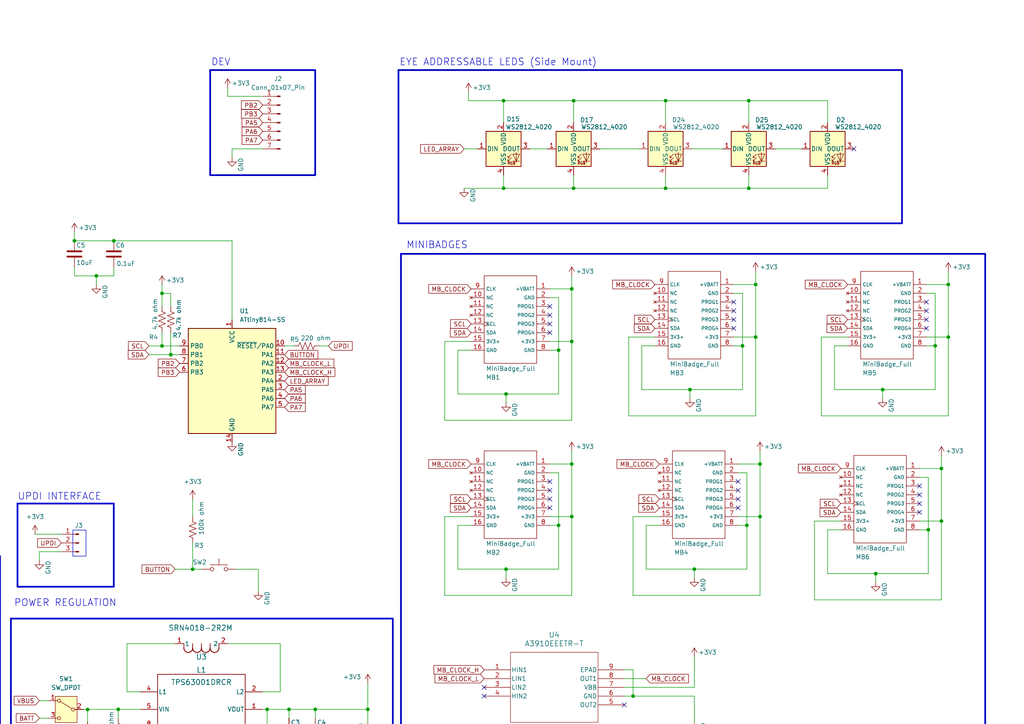
<source format=kicad_sch>
(kicad_sch (version 20250114) (generator "eeschema") (generator_version "9.0")
  (paper "A4")
  (lib_symbols
    (symbol "2024-08-21_17-12-50:A3910EEETR-T" (pin_names (offset 0.254))
      (property "Reference" "U" (at 20.32 10.16 0))
      (property "Value" "A3910EEETR-T" (at 20.32 7.62 0))
      (symbol "A3910EEETR-T_0_1"
        (pin input line (at 0 0 0) (length 7.62) (name "HIN1") (number "1"))
        (pin input line (at 0 -2.54 0) (length 7.62) (name "LIN1") (number "2"))
        (pin input line (at 0 -5.08 0) (length 7.62) (name "LIN2") (number "3"))
        (pin input line (at 0 -7.62 0) (length 7.62) (name "HIN2") (number "4"))
        (pin unspecified line (at 40.64 0 180) (length 7.62) (name "EPAD") (number "9"))
        (pin output line (at 40.64 -2.54 180) (length 7.62) (name "OUT1") (number "8"))
        (pin unspecified line (at 40.64 -5.08 180) (length 7.62) (name "VBB") (number "7"))
        (pin power_out line (at 40.64 -7.62 180) (length 7.62) (name "GND") (number "6"))
        (pin output line (at 40.64 -10.16 180) (length 7.62) (name "OUT2") (number "5"))
      )
    )
    (symbol "2024-08-26_14-24-22:TPS63001DRCR" (pin_names (offset 0.254))
      (property "Reference" "U" (at 0 2.54 0))
      (property "Value" "TPS63001DRCR" (at 0 0 0))
      (symbol "TPS63001DRCR_0_1"
        (pin unspecified line (at -17.78 15.24 0) (length 5.08) (name "L1") (number "4"))
        (pin power_in line (at -17.78 10.16 0) (length 5.08) (name "VIN") (number "5"))
        (pin power_in line (at -17.78 5.08 0) (length 5.08) (name "VINA") (number "8"))
        (pin input line (at -17.78 0 0) (length 5.08) (name "EN") (number "6"))
        (pin input line (at -17.78 -7.62 0) (length 5.08) (name "PS_SYNC") (number "7"))
        (pin unspecified line (at 17.78 15.24 180) (length 5.08) (name "L2") (number "2"))
        (pin power_in line (at 17.78 10.16 180) (length 5.08) (name "VOUT") (number "1"))
        (pin input line (at 17.78 0 180) (length 5.08) (name "FB") (number "10"))
        (pin power_in line (at 17.78 -10.16 180) (length 5.08) (name "GND") (number "9"))
        (pin power_in line (at 17.78 -15.24 180) (length 5.08) (name "PGND") (number "3"))
        (pin power_in line (at 17.78 -17.78 180) (length 5.08) (name "PAD") (number "11"))
      )
    )
    (symbol "2024-08-26_15-06-03:SRN4018-2R2M" (pin_names (offset 0.254))
      (property "Reference" "L" (at 6.985 5.08 0))
      (property "Value" "SRN4018-2R2M" (at 6.985 -2.54 0))
      (symbol "SRN4018-2R2M_1_1"
        (pin unspecified line (at 0 0 0) (length 2.54) (name "2") (number "2"))
        (pin unspecified line (at 15.24 0 180) (length 2.54) (name "1") (number "1"))
      )
      (symbol "SRN4018-2R2M_1_2"
        (pin unspecified line (at 0 15.24 270) (length 2.54) (name "1") (number "1"))
        (pin unspecified line (at 0 0 90) (length 2.54) (name "2") (number "2"))
      )
    )
    (symbol "Connector:Conn_01x03_Pin" (pin_names (offset 1.016) (hide yes))
      (property "Reference" "J" (at 0 5.08 0))
      (property "Value" "Conn_01x03_Pin" (at 0 -5.08 0))
      (symbol "Conn_01x03_Pin_1_1"
        (pin passive line (at 5.08 2.54 180) (length 3.81) (name "Pin_1") (number "1"))
        (pin passive line (at 5.08 0 180) (length 3.81) (name "Pin_2") (number "2"))
        (pin passive line (at 5.08 -2.54 180) (length 3.81) (name "Pin_3") (number "3"))
      )
    )
    (symbol "Connector:Conn_01x07_Pin" (pin_names (offset 1.016) (hide yes))
      (property "Reference" "J" (at 0 10.16 0))
      (property "Value" "Conn_01x07_Pin" (at 0 -10.16 0))
      (symbol "Conn_01x07_Pin_1_1"
        (pin passive line (at 5.08 7.62 180) (length 3.81) (name "Pin_1") (number "1"))
        (pin passive line (at 5.08 5.08 180) (length 3.81) (name "Pin_2") (number "2"))
        (pin passive line (at 5.08 2.54 180) (length 3.81) (name "Pin_3") (number "3"))
        (pin passive line (at 5.08 0 180) (length 3.81) (name "Pin_4") (number "4"))
        (pin passive line (at 5.08 -2.54 180) (length 3.81) (name "Pin_5") (number "5"))
        (pin passive line (at 5.08 -5.08 180) (length 3.81) (name "Pin_6") (number "6"))
        (pin passive line (at 5.08 -7.62 180) (length 3.81) (name "Pin_7") (number "7"))
      )
    )
    (symbol "Connector:USB_C_Receptacle_USB2.0_14P" (pin_names (offset 1.016))
      (property "Reference" "J" (at 0 22.225 0))
      (property "Value" "USB_C_Receptacle_USB2.0_14P" (at 0 19.685 0))
      (symbol "USB_C_Receptacle_USB2.0_14P_1_1"
        (pin passive line (at -7.62 -22.86 90) (length 5.08) (name "SHIELD") (number "S1"))
        (pin passive line (at 0 -22.86 90) (length 5.08) (name "GND") (number "A1"))
        (pin passive line (at 0 -22.86 90) (length 5.08) (hide yes) (name "GND") (number "A12"))
        (pin passive line (at 0 -22.86 90) (length 5.08) (hide yes) (name "GND") (number "B1"))
        (pin passive line (at 0 -22.86 90) (length 5.08) (hide yes) (name "GND") (number "B12"))
        (pin passive line (at 15.24 15.24 180) (length 5.08) (name "VBUS") (number "A4"))
        (pin passive line (at 15.24 15.24 180) (length 5.08) (hide yes) (name "VBUS") (number "A9"))
        (pin passive line (at 15.24 15.24 180) (length 5.08) (hide yes) (name "VBUS") (number "B4"))
        (pin passive line (at 15.24 15.24 180) (length 5.08) (hide yes) (name "VBUS") (number "B9"))
        (pin bidirectional line (at 15.24 10.16 180) (length 5.08) (name "CC1") (number "A5"))
        (pin bidirectional line (at 15.24 7.62 180) (length 5.08) (name "CC2") (number "B5"))
        (pin bidirectional line (at 15.24 2.54 180) (length 5.08) (name "D-") (number "A7"))
        (pin bidirectional line (at 15.24 0 180) (length 5.08) (name "D-") (number "B7"))
        (pin bidirectional line (at 15.24 -2.54 180) (length 5.08) (name "D+") (number "A6"))
        (pin bidirectional line (at 15.24 -5.08 180) (length 5.08) (name "D+") (number "B6"))
      )
    )
    (symbol "Device:Battery" (pin_numbers (hide yes)) (pin_names (offset 0) (hide yes))
      (property "Reference" "BT" (at 2.54 2.54 0))
      (property "Value" "Battery" (at 2.54 0 0))
      (symbol "Battery_1_1"
        (pin passive line (at 0 5.08 270) (length 2.54) (name "+") (number "1"))
        (pin passive line (at 0 -5.08 90) (length 2.54) (name "-") (number "2"))
      )
    )
    (symbol "Device:C" (pin_numbers (hide yes)) (pin_names (offset 0.254))
      (property "Reference" "C" (at 0.635 2.54 0))
      (property "Value" "C" (at 0.635 -2.54 0))
      (symbol "C_1_1"
        (pin passive line (at 0 3.81 270) (length 2.794) (name "~") (number "1"))
        (pin passive line (at 0 -3.81 90) (length 2.794) (name "~") (number "2"))
      )
    )
    (symbol "Device:LED" (pin_numbers (hide yes)) (pin_names (offset 1.016) (hide yes))
      (property "Reference" "D" (at 0 2.54 0))
      (property "Value" "LED" (at 0 -2.54 0))
      (symbol "LED_1_1"
        (pin passive line (at -3.81 0 0) (length 2.54) (name "K") (number "1"))
        (pin passive line (at 3.81 0 180) (length 2.54) (name "A") (number "2"))
      )
    )
    (symbol "Device:R_US" (pin_numbers (hide yes)) (pin_names (offset 0))
      (property "Reference" "R" (at 2.54 0 90))
      (property "Value" "R_US" (at -2.54 0 90))
      (symbol "R_US_1_1"
        (pin passive line (at 0 3.81 270) (length 1.27) (name "~") (number "1"))
        (pin passive line (at 0 -3.81 90) (length 1.27) (name "~") (number "2"))
      )
    )
    (symbol "MCU_Microchip_ATtiny:ATtiny814-SS"
      (property "Reference" "U" (at -12.7 16.51 0))
      (property "Value" "ATtiny814-SS" (at 2.54 -16.51 0))
      (symbol "ATtiny814-SS_1_1"
        (pin bidirectional line (at -15.24 10.16 0) (length 2.54) (name "PB0") (number "9"))
        (pin bidirectional line (at -15.24 7.62 0) (length 2.54) (name "PB1") (number "8"))
        (pin bidirectional line (at -15.24 5.08 0) (length 2.54) (name "PB2") (number "7"))
        (pin bidirectional line (at -15.24 2.54 0) (length 2.54) (name "PB3") (number "6"))
        (pin power_in line (at 0 17.78 270) (length 2.54) (name "VCC") (number "1"))
        (pin power_in line (at 0 -17.78 90) (length 2.54) (name "GND") (number "14"))
        (pin bidirectional line (at 15.24 10.16 180) (length 2.54) (name "~{RESET}/PA0") (number "10"))
        (pin bidirectional line (at 15.24 7.62 180) (length 2.54) (name "PA1") (number "11"))
        (pin bidirectional line (at 15.24 5.08 180) (length 2.54) (name "PA2") (number "12"))
        (pin bidirectional line (at 15.24 2.54 180) (length 2.54) (name "PA3") (number "13"))
        (pin bidirectional line (at 15.24 0 180) (length 2.54) (name "PA4") (number "2"))
        (pin bidirectional line (at 15.24 -2.54 180) (length 2.54) (name "PA5") (number "3"))
        (pin bidirectional line (at 15.24 -5.08 180) (length 2.54) (name "PA6") (number "4"))
        (pin bidirectional line (at 15.24 -7.62 180) (length 2.54) (name "PA7") (number "5"))
      )
    )
    (symbol "MiniBadge:MiniBadge_Full"
      (property "Reference" "MB" (at 8.89 0 0))
      (property "Value" "MiniBadge_Full" (at -10.16 0 0))
      (symbol "MiniBadge_Full_1_1"
        (pin power_out line (at -8.89 11.43 270) (length 3.81) (name "+VBATT") (number "1"))
        (pin output line (at -8.89 -11.43 90) (length 3.81) (name "CLK") (number "9"))
        (pin power_out line (at -6.35 11.43 270) (length 3.81) (name "GND") (number "2"))
        (pin no_connect line (at -6.35 -11.43 90) (length 3.81) (name "NC") (number "10"))
        (pin bidirectional line (at -3.81 11.43 270) (length 3.81) (name "PROG1") (number "3"))
        (pin no_connect line (at -3.81 -11.43 90) (length 3.81) (name "NC") (number "11"))
        (pin bidirectional line (at -1.27 11.43 270) (length 3.81) (name "PROG2") (number "4"))
        (pin no_connect line (at -1.27 -11.43 90) (length 3.81) (name "NC") (number "12"))
        (pin bidirectional line (at 1.27 11.43 270) (length 3.81) (name "PROG3") (number "5"))
        (pin bidirectional clock (at 1.27 -11.43 90) (length 3.81) (name "SCL") (number "13"))
        (pin bidirectional line (at 3.81 11.43 270) (length 3.81) (name "PROG4") (number "6"))
        (pin output line (at 3.81 -11.43 90) (length 3.81) (name "SDA") (number "14"))
        (pin power_out line (at 6.35 11.43 270) (length 3.81) (name "+3V3") (number "7"))
        (pin power_out line (at 6.35 -11.43 90) (length 3.81) (name "3V3+") (number "15"))
        (pin power_out line (at 8.89 11.43 270) (length 3.81) (name "GND") (number "8"))
        (pin power_out line (at 8.89 -11.43 90) (length 3.81) (name "GND") (number "16"))
      )
    )
    (symbol "PCM_marbastlib-various:WS2812_4020" (pin_names (offset 0.254))
      (property "Reference" "LED" (at 5.08 5.715 0))
      (property "Value" "WS2812_4020" (at 1.27 -5.715 0))
      (symbol "WS2812_4020_0_0"
        (text "RGB" (at 2.286 -4.191 0) (effects (font (size 0.762 0.762))))
      )
      (symbol "WS2812_4020_1_1"
        (pin input line (at -7.62 0 0) (length 2.54) (name "DIN") (number "1"))
        (pin power_in line (at 0 7.62 270) (length 2.54) (name "VDD") (number "2"))
        (pin power_in line (at 0 -7.62 90) (length 2.54) (name "VSS") (number "4"))
        (pin output line (at 7.62 0 180) (length 2.54) (name "DOUT") (number "3"))
      )
    )
    (symbol "Switch:SW_Push" (pin_numbers (hide yes)) (pin_names (offset 1.016) (hide yes))
      (property "Reference" "SW" (at 1.27 2.54 0))
      (property "Value" "SW_Push" (at 0 -1.524 0))
      (symbol "SW_Push_0_1"
        (pin passive line (at -5.08 0 0) (length 2.54) (name "1") (number "1"))
        (pin passive line (at 5.08 0 180) (length 2.54) (name "2") (number "2"))
      )
    )
    (symbol "Switch:SW_SPDT" (pin_names (offset 0) (hide yes))
      (property "Reference" "SW" (at 0 5.08 0))
      (property "Value" "SW_SPDT" (at 0 -5.08 0))
      (symbol "SW_SPDT_1_1"
        (pin passive line (at -5.08 0 0) (length 2.54) (name "B") (number "2"))
        (pin passive line (at 5.08 2.54 180) (length 2.54) (name "A") (number "1"))
        (pin passive line (at 5.08 -2.54 180) (length 2.54) (name "C") (number "3"))
      )
    )
    (symbol "power:+3V3" (power) (pin_names (offset 0))
      (property "Value" "+3V3" (at 0 3.556 0))
      (symbol "+3V3_1_1"
        (pin power_in line (at 0 0 90) (length 0) (hide yes) (name "+3V3") (number "1"))
      )
    )
    (symbol "power:GND" (power) (pin_names (offset 0))
      (property "Value" "GND" (at 0 -3.81 0))
      (symbol "GND_1_1"
        (pin power_in line (at 0 0 270) (length 0) (hide yes) (name "GND") (number "1"))
      )
    )
  )
  (rectangle (start 5.08 146.05) (end 33.0009 170.18) (stroke (width 0.5)))
  (rectangle (start -48.26 161.29) (end 0 248.92) (stroke (width 0.5)))
  (rectangle (start 116.2983 73.6329) (end 285.7499 219.6829) (stroke (width 0.5)))
  (rectangle (start 115.57 20.32) (end 261.62 64.77) (stroke (width 0.5)))
  (rectangle (start 60.96 20.32) (end 91.4209 50.8) (stroke (width 0.5)))
  (rectangle (start 21.1303 153.7425) (end 24.9403 161.29))
  (rectangle (start 3.1647 179.4143) (end 113.9315 250.1589) (stroke (width 0.5)))
  (text "UV" (at 102.616 223.266 0) (effects (font (size 1.27 1.27)) (justify left bottom)))
  (text "X7R CAPS" (at 14.732 235.966 0) (effects (font (size 1.27 1.27))))
  (text "MINIBADGES" (at 117.8223 72.3629 0) (effects (font (size 2 2)) (justify left bottom)))
  (text "EYE ADDRESSABLE LEDS (Side Mount)" (at 115.824 19.304 0) (effects (font (size 2 2)) (justify left bottom)))
  (text "UPDI INTERFACE" (at 5.08 145.288 0) (effects (font (size 2 2)) (justify left bottom)))
  (text "DEV" (at 61.214 19.304 0) (effects (font (size 2 2)) (justify left bottom)))
  (text "POWER REGULATION" (at 4.0412 176.1434 0) (effects (font (size 2 2)) (justify left bottom)))
  (text "BATTERY AND USB" (at -48.006 160.782 0) (effects (font (size 2 2)) (justify left bottom)))
  (junction (at 220.4383 149.8329))
  (junction (at 83.82 242.57))
  (junction (at 166.37 54.61))
  (junction (at 217.17 54.61))
  (junction (at 34.29 217.17))
  (junction (at 34.29 205.74))
  (junction (at 269.24 153.67))
  (junction (at 165.8283 134.5929))
  (junction (at 215.3583 100.3029))
  (junction (at 200.1183 113.0029))
  (junction (at 166.37 29.21))
  (junction (at 255.9983 113.0029))
  (junction (at 219.1683 82.5229))
  (junction (at 40.64 215.9))
  (junction (at 80.01 242.57))
  (junction (at 146.05 54.61))
  (junction (at 273.05 135.89))
  (junction (at 34.29 242.57))
  (junction (at 83.82 205.74))
  (junction (at 217.17 29.21))
  (junction (at 106.68 205.74))
  (junction (at 40.64 210.82))
  (junction (at 165.8283 149.8329))
  (junction (at 273.05 151.13))
  (junction (at 183.6083 201.9029))
  (junction (at 46.99 85.09))
  (junction (at 193.04 54.61))
  (junction (at 91.44 205.74))
  (junction (at 219.1683 97.7629))
  (junction (at 275.0483 82.5229))
  (junction (at 146.05 29.21))
  (junction (at 25.4 205.7824))
  (junction (at 275.0483 97.7629))
  (junction (at 254 166.37))
  (junction (at 146.7783 114.2729))
  (junction (at 146.7783 165.0729))
  (junction (at 21.59 69.85))
  (junction (at 80.01 233.68))
  (junction (at 55.88 165.1))
  (junction (at 271.2383 100.3029))
  (junction (at 193.04 29.21))
  (junction (at -5.08 201.93))
  (junction (at 216.6283 152.3729))
  (junction (at 165.8283 83.7929))
  (junction (at 165.8283 99.0329))
  (junction (at 49.53 102.87))
  (junction (at 46.99 100.33))
  (junction (at 162.0183 152.3729))
  (junction (at 27.94 80.01))
  (junction (at -38.1 233.68))
  (junction (at 201.3883 165.0729))
  (junction (at 220.4383 134.5929))
  (junction (at 77.47 205.74))
  (junction (at 33.02 69.85))
  (junction (at 80.01 231.14))
  (junction (at 162.0183 101.5729))
  (no_connect (at 266.7 140.97))
  (no_connect (at 159.4783 93.9529))
  (no_connect (at 159.4783 142.2129))
  (no_connect (at 268.6983 95.2229))
  (no_connect (at 266.7 146.05))
  (no_connect (at 247.65 43.18))
  (no_connect (at 214.0883 139.6729))
  (no_connect (at 268.6983 90.1429))
  (no_connect (at -15.24 207.01))
  (no_connect (at 212.8183 90.1429))
  (no_connect (at 214.0883 142.2129))
  (no_connect (at 159.4783 139.6729))
  (no_connect (at 140.4283 199.3629))
  (no_connect (at -15.24 212.09))
  (no_connect (at 159.4783 91.4129))
  (no_connect (at -15.24 214.63))
  (no_connect (at 140.4283 201.9029))
  (no_connect (at 159.4783 96.4929))
  (no_connect (at 266.7 148.59))
  (no_connect (at 268.6983 92.6829))
  (no_connect (at 181.0683 204.4429))
  (no_connect (at 268.6983 87.6029))
  (no_connect (at -15.24 209.55))
  (no_connect (at 212.8183 87.6029))
  (no_connect (at 212.8183 95.2229))
  (no_connect (at 266.7 143.51))
  (no_connect (at 214.0883 147.2929))
  (no_connect (at 212.8183 92.6829))
  (no_connect (at 159.4783 147.2929))
  (no_connect (at 159.4783 88.8729))
  (no_connect (at 159.4783 144.7529))
  (no_connect (at 214.0883 144.7529))
  (wire (pts (xy 238.2183 120.6229) (xy 275.0483 120.6229)))
  (wire (pts (xy 49.53 102.87) (xy 52.07 102.87)))
  (wire (pts (xy 27.94 82.55) (xy 27.94 80.01)))
  (wire (pts (xy 186.1483 113.0029) (xy 186.1483 100.3029)))
  (wire (pts (xy 132.8083 114.2729) (xy 132.8083 101.5729)))
  (wire (pts (xy 182.3383 97.7629) (xy 182.3383 120.6229)))
  (wire (pts (xy 273.05 132.08) (xy 273.05 135.89)))
  (wire (pts (xy 200.66 43.18) (xy 209.55 43.18)))
  (wire (pts (xy 136.6183 149.8329) (xy 128.9983 149.8329)))
  (wire (pts (xy 46.99 100.33) (xy 52.07 100.33)))
  (wire (pts (xy 76.2 231.14) (xy 80.01 231.14)))
  (wire (pts (xy 36.83 217.17) (xy 34.29 217.17)))
  (wire (pts (xy 50.8 186.69) (xy 36.83 186.69)))
  (wire (pts (xy 240.03 153.67) (xy 243.84 153.67)))
  (wire (pts (xy 36.83 186.69) (xy 36.83 200.66)))
  (wire (pts (xy 25.4 217.17) (xy 25.4 242.57)))
  (wire (pts (xy -40.64 171.45) (xy -40.64 179.07)))
  (wire (pts (xy 83.82 215.9) (xy 83.82 242.57)))
  (wire (pts (xy 201.3883 190.4729) (xy 201.3883 199.3629)))
  (wire (pts (xy 162.0183 114.2729) (xy 146.7783 114.2729)))
  (wire (pts (xy 219.1683 78.7129) (xy 219.1683 82.5229)))
  (wire (pts (xy 173.99 43.18) (xy 185.42 43.18)))
  (wire (pts (xy 186.1483 100.3029) (xy 189.9583 100.3029)))
  (wire (pts (xy 212.8183 82.5229) (xy 219.1683 82.5229)))
  (wire (pts (xy 193.04 29.21) (xy 193.04 35.56)))
  (wire (pts (xy 128.9983 172.6929) (xy 165.8283 172.6929)))
  (wire (pts (xy -7.62 201.93) (xy -5.08 201.93)))
  (wire (pts (xy 146.7783 165.0729) (xy 132.8083 165.0729)))
  (wire (pts (xy 243.84 151.13) (xy 236.22 151.13)))
  (wire (pts (xy 212.8183 100.3029) (xy 215.3583 100.3029)))
  (wire (pts (xy 220.4383 134.5929) (xy 220.4383 149.8329)))
  (wire (pts (xy 275.0483 78.7129) (xy 275.0483 82.5229)))
  (wire (pts (xy 43.18 102.87) (xy 49.53 102.87)))
  (wire (pts (xy 215.3583 113.0029) (xy 200.1183 113.0029)))
  (wire (pts (xy 159.4783 149.8329) (xy 165.8283 149.8329)))
  (wire (pts (xy 24.2543 205.7824) (xy 25.4 205.7824)))
  (wire (pts (xy 34.29 215.9) (xy 34.29 217.17)))
  (wire (pts (xy 216.6283 137.1329) (xy 216.6283 152.3729)))
  (wire (pts (xy 11.9642 208.3224) (xy 11.9642 208.28)))
  (wire (pts (xy 214.0883 137.1329) (xy 216.6283 137.1329)))
  (wire (pts (xy -5.08 201.93) (xy -5.08 204.47)))
  (wire (pts (xy 66.04 27.94) (xy 76.2 27.94)))
  (wire (pts (xy 193.04 29.21) (xy 217.17 29.21)))
  (wire (pts (xy 128.9983 99.0329) (xy 128.9983 121.8929)))
  (wire (pts (xy 275.0483 120.6229) (xy 275.0483 97.7629)))
  (wire (pts (xy 183.6083 201.9029) (xy 201.3883 201.9029)))
  (wire (pts (xy 46.99 88.9) (xy 46.99 85.09)))
  (wire (pts (xy 91.44 205.74) (xy 91.44 208.28)))
  (wire (pts (xy 106.68 217.17) (xy 106.68 220.98)))
  (wire (pts (xy 220.4383 130.7829) (xy 220.4383 134.5929)))
  (wire (pts (xy 268.6983 82.5229) (xy 275.0483 82.5229)))
  (wire (pts (xy 159.4783 152.3729) (xy 162.0183 152.3729)))
  (wire (pts (xy 13.2342 203.2) (xy 11.43 203.2)))
  (wire (pts (xy 162.0183 165.0729) (xy 146.7783 165.0729)))
  (wire (pts (xy 67.31 69.85) (xy 33.02 69.85)))
  (wire (pts (xy 21.59 80.01) (xy 27.94 80.01)))
  (wire (pts (xy 92.71 100.33) (xy 95.25 100.33)))
  (wire (pts (xy 201.3883 165.0729) (xy 201.3883 167.6129)))
  (wire (pts (xy 240.03 50.8) (xy 240.03 54.61)))
  (wire (pts (xy 83.82 205.74) (xy 83.82 208.28)))
  (wire (pts (xy 134.62 43.18) (xy 138.43 43.18)))
  (wire (pts (xy 159.4783 137.1329) (xy 162.0183 137.1329)))
  (wire (pts (xy 34.29 242.57) (xy 34.29 227.33)))
  (wire (pts (xy 50.8 165.1) (xy 55.88 165.1)))
  (wire (pts (xy 76.2 215.9) (xy 77.47 215.9)))
  (wire (pts (xy 36.83 210.82) (xy 36.83 217.17)))
  (wire (pts (xy 153.67 43.18) (xy 158.75 43.18)))
  (wire (pts (xy -30.48 232.41) (xy -30.48 233.68)))
  (wire (pts (xy 266.7 151.13) (xy 273.05 151.13)))
  (wire (pts (xy 165.8283 130.7829) (xy 165.8283 134.5929)))
  (wire (pts (xy 83.82 242.57) (xy 91.44 242.57)))
  (wire (pts (xy 166.37 29.21) (xy 193.04 29.21)))
  (wire (pts (xy 146.05 29.21) (xy 146.05 35.56)))
  (wire (pts (xy 76.2 205.74) (xy 77.47 205.74)))
  (wire (pts (xy 80.01 231.14) (xy 80.01 233.68)))
  (wire (pts (xy 165.8283 83.7929) (xy 165.8283 99.0329)))
  (wire (pts (xy 25.4 205.74) (xy 25.4 205.7824)))
  (wire (pts (xy 43.18 100.33) (xy 46.99 100.33)))
  (wire (pts (xy 271.2383 113.0029) (xy 255.9983 113.0029)))
  (wire (pts (xy 266.7 135.89) (xy 273.05 135.89)))
  (wire (pts (xy 83.82 205.74) (xy 91.44 205.74)))
  (wire (pts (xy 11.43 162.56) (xy 11.43 160.02)))
  (wire (pts (xy 34.29 205.74) (xy 34.29 208.28)))
  (wire (pts (xy 40.64 210.82) (xy 36.83 210.82)))
  (wire (pts (xy 166.37 54.61) (xy 193.04 54.61)))
  (wire (pts (xy 166.37 29.21) (xy 166.37 35.56)))
  (wire (pts (xy 46.99 85.09) (xy 49.53 85.09)))
  (wire (pts (xy 68.58 165.1) (xy 74.93 165.1)))
  (wire (pts (xy 21.59 67.31) (xy 21.59 69.85)))
  (wire (pts (xy 13.2342 203.2424) (xy 13.2342 203.2)))
  (wire (pts (xy 189.9583 97.7629) (xy 182.3383 97.7629)))
  (wire (pts (xy 106.68 205.74) (xy 106.68 209.55)))
  (wire (pts (xy 80.01 242.57) (xy 34.29 242.57)))
  (wire (pts (xy -30.48 233.68) (xy -38.1 233.68)))
  (wire (pts (xy 269.24 153.67) (xy 269.24 166.37)))
  (wire (pts (xy 275.0483 82.5229) (xy 275.0483 97.7629)))
  (wire (pts (xy 49.53 96.52) (xy 49.53 102.87)))
  (wire (pts (xy 219.1683 82.5229) (xy 219.1683 97.7629)))
  (wire (pts (xy 159.4783 99.0329) (xy 165.8283 99.0329)))
  (wire (pts (xy 182.3383 120.6229) (xy 219.1683 120.6229)))
  (wire (pts (xy 21.59 77.47) (xy 21.59 80.01)))
  (wire (pts (xy 55.88 157.48) (xy 55.88 165.1)))
  (wire (pts (xy 217.17 29.21) (xy 217.17 35.56)))
  (wire (pts (xy 80.01 242.57) (xy 83.82 242.57)))
  (wire (pts (xy 106.68 228.6) (xy 106.68 229.87)))
  (wire (pts (xy 132.8083 165.0729) (xy 132.8083 152.3729)))
  (wire (pts (xy 132.8083 152.3729) (xy 136.6183 152.3729)))
  (wire (pts (xy 81.28 200.66) (xy 76.2 200.66)))
  (wire (pts (xy 34.29 205.74) (xy 40.64 205.74)))
  (wire (pts (xy -38.1 232.41) (xy -38.1 233.68)))
  (wire (pts (xy 82.55 100.33) (xy 85.09 100.33)))
  (wire (pts (xy 254 166.37) (xy 240.03 166.37)))
  (wire (pts (xy 201.3883 165.0729) (xy 187.4183 165.0729)))
  (wire (pts (xy 187.4183 196.8229) (xy 181.0683 196.8229)))
  (wire (pts (xy 193.04 54.61) (xy 193.04 50.8)))
  (wire (pts (xy 13.2342 203.2424) (xy 14.0943 203.2424)))
  (wire (pts (xy 214.0883 152.3729) (xy 216.6283 152.3729)))
  (wire (pts (xy 236.22 173.99) (xy 273.05 173.99)))
  (wire (pts (xy 10.16 154.94) (xy 17.78 154.94)))
  (wire (pts (xy 212.8183 97.7629) (xy 219.1683 97.7629)))
  (wire (pts (xy 67.31 43.18) (xy 76.2 43.18)))
  (wire (pts (xy 36.83 200.66) (xy 40.64 200.66)))
  (wire (pts (xy 214.0883 134.5929) (xy 220.4383 134.5929)))
  (wire (pts (xy 220.4383 172.6929) (xy 220.4383 149.8329)))
  (wire (pts (xy 268.6983 100.3029) (xy 271.2383 100.3029)))
  (wire (pts (xy 77.47 215.9) (xy 77.47 205.74)))
  (wire (pts (xy 269.24 166.37) (xy 254 166.37)))
  (wire (pts (xy 135.89 26.67) (xy 135.89 29.21)))
  (wire (pts (xy 132.8083 101.5729) (xy 136.6183 101.5729)))
  (wire (pts (xy 80.01 233.68) (xy 80.01 242.57)))
  (wire (pts (xy 200.1183 113.0029) (xy 200.1183 115.5429)))
  (wire (pts (xy 76.2 226.06) (xy 80.01 226.06)))
  (wire (pts (xy 66.04 186.69) (xy 81.28 186.69)))
  (wire (pts (xy 255.9983 113.0029) (xy 242.0283 113.0029)))
  (wire (pts (xy 214.0883 149.8329) (xy 220.4383 149.8329)))
  (wire (pts (xy 81.28 186.69) (xy 81.28 200.66)))
  (wire (pts (xy 240.03 166.37) (xy 240.03 153.67)))
  (wire (pts (xy 21.59 69.85) (xy 33.02 69.85)))
  (wire (pts (xy 266.7 153.67) (xy 269.24 153.67)))
  (wire (pts (xy 240.03 54.61) (xy 217.17 54.61)))
  (wire (pts (xy 236.22 151.13) (xy 236.22 173.99)))
  (wire (pts (xy 165.8283 79.9829) (xy 165.8283 83.7929)))
  (wire (pts (xy 245.8383 97.7629) (xy 238.2183 97.7629)))
  (wire (pts (xy 166.37 50.8) (xy 166.37 54.61)))
  (wire (pts (xy 49.53 85.09) (xy 49.53 88.9)))
  (wire (pts (xy 146.05 29.21) (xy 166.37 29.21)))
  (wire (pts (xy 74.93 165.1) (xy 74.93 171.45)))
  (wire (pts (xy 219.1683 120.6229) (xy 219.1683 97.7629)))
  (wire (pts (xy 268.6983 97.7629) (xy 275.0483 97.7629)))
  (wire (pts (xy 66.04 25.4) (xy 66.04 27.94)))
  (wire (pts (xy 266.7 138.43) (xy 269.24 138.43)))
  (wire (pts (xy 40.64 210.82) (xy 40.64 215.9)))
  (wire (pts (xy 46.99 82.55) (xy 46.99 85.09)))
  (wire (pts (xy 162.0183 101.5729) (xy 162.0183 114.2729)))
  (wire (pts (xy 80.01 226.06) (xy 80.01 231.14)))
  (wire (pts (xy 242.0283 113.0029) (xy 242.0283 100.3029)))
  (wire (pts (xy 215.3583 100.3029) (xy 215.3583 113.0029)))
  (wire (pts (xy 240.03 35.56) (xy 240.03 29.21)))
  (wire (pts (xy 224.79 43.18) (xy 232.41 43.18)))
  (wire (pts (xy 268.6983 85.0629) (xy 271.2383 85.0629)))
  (wire (pts (xy 135.89 29.21) (xy 146.05 29.21)))
  (wire (pts (xy 165.8283 121.8929) (xy 165.8283 99.0329)))
  (wire (pts (xy 183.6083 172.6929) (xy 220.4383 172.6929)))
  (wire (pts (xy 254 166.37) (xy 254 168.91)))
  (wire (pts (xy 273.05 173.99) (xy 273.05 151.13)))
  (wire (pts (xy 212.8183 85.0629) (xy 215.3583 85.0629)))
  (wire (pts (xy 165.8283 134.5929) (xy 165.8283 149.8329)))
  (wire (pts (xy 136.6183 99.0329) (xy 128.9983 99.0329)))
  (wire (pts (xy 215.3583 85.0629) (xy 215.3583 100.3029)))
  (wire (pts (xy 55.88 165.1) (xy 58.42 165.1)))
  (wire (pts (xy 242.0283 100.3029) (xy 245.8383 100.3029)))
  (wire (pts (xy 162.0183 86.3329) (xy 162.0183 101.5729)))
  (wire (pts (xy 187.4183 165.0729) (xy 187.4183 152.3729)))
  (wire (pts (xy -7.62 199.39) (xy -5.08 199.39)))
  (wire (pts (xy 165.8283 172.6929) (xy 165.8283 149.8329)))
  (wire (pts (xy 273.05 135.89) (xy 273.05 151.13)))
  (wire (pts (xy 91.44 205.74) (xy 106.68 205.74)))
  (wire (pts (xy 146.05 54.61) (xy 166.37 54.61)))
  (wire (pts (xy 216.6283 152.3729) (xy 216.6283 165.0729)))
  (wire (pts (xy 11.9642 208.28) (xy 11.43 208.28)))
  (wire (pts (xy -5.08 199.39) (xy -5.08 201.93)))
  (wire (pts (xy 159.4783 86.3329) (xy 162.0183 86.3329)))
  (wire (pts (xy 200.1183 113.0029) (xy 186.1483 113.0029)))
  (wire (pts (xy 40.64 215.9) (xy 40.64 223.52)))
  (wire (pts (xy 33.02 80.01) (xy 33.02 77.47)))
  (wire (pts (xy 193.04 54.61) (xy 217.17 54.61)))
  (wire (pts (xy 67.31 92.71) (xy 67.31 69.85)))
  (wire (pts (xy 183.6083 194.2829) (xy 183.6083 201.9029)))
  (wire (pts (xy 187.4183 152.3729) (xy 191.2283 152.3729)))
  (wire (pts (xy 159.4783 134.5929) (xy 165.8283 134.5929)))
  (wire (pts (xy 25.4 205.7824) (xy 25.4 209.55)))
  (wire (pts (xy 255.9983 113.0029) (xy 255.9983 115.5429)))
  (wire (pts (xy 271.2383 85.0629) (xy 271.2383 100.3029)))
  (wire (pts (xy 162.0183 152.3729) (xy 162.0183 165.0729)))
  (wire (pts (xy 216.6283 165.0729) (xy 201.3883 165.0729)))
  (wire (pts (xy 238.2183 97.7629) (xy 238.2183 120.6229)))
  (wire (pts (xy 159.4783 101.5729) (xy 162.0183 101.5729)))
  (wire (pts (xy -29.21 171.45) (xy -24.13 171.45)))
  (wire (pts (xy 77.47 205.74) (xy 83.82 205.74)))
  (wire (pts (xy 146.7783 114.2729) (xy 132.8083 114.2729)))
  (wire (pts (xy 146.05 50.8) (xy 146.05 54.61)))
  (wire (pts (xy -39.37 171.45) (xy -40.64 171.45)))
  (wire (pts (xy 46.99 96.52) (xy 46.99 100.33)))
  (wire (pts (xy 240.03 29.21) (xy 217.17 29.21)))
  (wire (pts (xy 91.44 242.57) (xy 91.44 215.9)))
  (wire (pts (xy 128.9983 149.8329) (xy 128.9983 172.6929)))
  (wire (pts (xy 159.4783 83.7929) (xy 165.8283 83.7929)))
  (wire (pts (xy 128.9983 121.8929) (xy 165.8283 121.8929)))
  (wire (pts (xy 181.0683 194.2829) (xy 183.6083 194.2829)))
  (wire (pts (xy 217.17 54.61) (xy 217.17 50.8)))
  (wire (pts (xy 181.0683 199.3629) (xy 201.3883 199.3629)))
  (wire (pts (xy 76.2 233.68) (xy 80.01 233.68)))
  (wire (pts (xy 269.24 138.43) (xy 269.24 153.67)))
  (wire (pts (xy 201.3883 201.9029) (xy 201.3883 209.5229)))
  (wire (pts (xy 162.0183 137.1329) (xy 162.0183 152.3729)))
  (wire (pts (xy 106.68 205.74) (xy 106.68 198.12)))
  (wire (pts (xy 146.7783 165.0729) (xy 146.7783 167.6129)))
  (wire (pts (xy 25.4 242.57) (xy 34.29 242.57)))
  (wire (pts (xy 25.4 205.74) (xy 34.29 205.74)))
  (wire (pts (xy 34.29 217.17) (xy 34.29 219.71)))
  (wire (pts (xy 146.7783 114.2729) (xy 146.7783 116.8129)))
  (wire (pts (xy 134.62 54.61) (xy 146.05 54.61)))
  (wire (pts (xy 183.6083 149.8329) (xy 183.6083 172.6929)))
  (wire (pts (xy 191.2283 149.8329) (xy 183.6083 149.8329)))
  (wire (pts (xy 67.31 45.72) (xy 67.31 43.18)))
  (wire (pts (xy 181.0683 201.9029) (xy 183.6083 201.9029)))
  (wire (pts (xy 11.9642 208.3224) (xy 14.0943 208.3224)))
  (wire (pts (xy 271.2383 100.3029) (xy 271.2383 113.0029)))
  (wire (pts (xy 27.94 80.01) (xy 33.02 80.01)))
  (wire (pts (xy -38.1 233.68) (xy -38.1 236.22)))
  (wire (pts (xy 11.43 160.02) (xy 17.78 160.02)))
  (wire (pts (xy 55.88 144.78) (xy 55.88 149.86)))
  (global_label "MB_CLOCK" (shape input) (at 245.8383 82.5229 180) (property "Intersheetrefs" "${INTERSHEET_REFS}" (effects (hide yes))))
  (global_label "VBUS" (shape input) (at -15.24 194.31 0) (property "Intersheetrefs" "${INTERSHEET_REFS}" (effects (hide yes))))
  (global_label "MB_CLOCK" (shape input) (at 136.6183 134.5929 180) (property "Intersheetrefs" "${INTERSHEET_REFS}" (effects (hide yes))))
  (global_label "SCL" (shape input) (at 245.8383 92.6829 180) (property "Intersheetrefs" "${INTERSHEET_REFS}" (effects (hide yes))))
  (global_label "SCL" (shape input) (at 136.6183 144.7529 180) (property "Intersheetrefs" "${INTERSHEET_REFS}" (effects (hide yes))))
  (global_label "LED_ARRAY" (shape input) (at 134.62 43.18 180) (property "Intersheetrefs" "${INTERSHEET_REFS}" (effects (hide yes))))
  (global_label "SDA" (shape input) (at 189.9583 95.2229 180) (property "Intersheetrefs" "${INTERSHEET_REFS}" (effects (hide yes))))
  (global_label "BATT" (shape input) (at -24.13 171.45 0) (property "Intersheetrefs" "${INTERSHEET_REFS}" (effects (hide yes))))
  (global_label "SCL" (shape input) (at 243.84 146.05 180) (property "Intersheetrefs" "${INTERSHEET_REFS}" (effects (hide yes))))
  (global_label "SDA" (shape input) (at 43.18 102.87 180) (property "Intersheetrefs" "${INTERSHEET_REFS}" (effects (hide yes))))
  (global_label "PA7" (shape input) (at 76.2 40.64 180) (property "Intersheetrefs" "${INTERSHEET_REFS}" (effects (hide yes))))
  (global_label "PA7" (shape input) (at 82.55 118.11 0) (property "Intersheetrefs" "${INTERSHEET_REFS}" (effects (hide yes))))
  (global_label "MB_CLOCK" (shape input) (at 191.2283 134.5929 180) (property "Intersheetrefs" "${INTERSHEET_REFS}" (effects (hide yes))))
  (global_label "PA6" (shape input) (at 76.2 38.1 180) (property "Intersheetrefs" "${INTERSHEET_REFS}" (effects (hide yes))))
  (global_label "SCL" (shape input) (at 189.9583 92.6829 180) (property "Intersheetrefs" "${INTERSHEET_REFS}" (effects (hide yes))))
  (global_label "PA5" (shape input) (at 76.2 35.56 180) (property "Intersheetrefs" "${INTERSHEET_REFS}" (effects (hide yes))))
  (global_label "MB_CLOCK_H" (shape input) (at 82.55 107.95 0) (property "Intersheetrefs" "${INTERSHEET_REFS}" (effects (hide yes))))
  (global_label "SCL" (shape input) (at 136.6183 93.9529 180) (property "Intersheetrefs" "${INTERSHEET_REFS}" (effects (hide yes))))
  (global_label "BUTTON" (shape input) (at 50.8 165.1 180) (property "Intersheetrefs" "${INTERSHEET_REFS}" (effects (hide yes))))
  (global_label "MB_CLOCK" (shape input) (at 189.9583 82.5229 180) (property "Intersheetrefs" "${INTERSHEET_REFS}" (effects (hide yes))))
  (global_label "BATT" (shape input) (at 11.43 208.28 180) (property "Intersheetrefs" "${INTERSHEET_REFS}" (effects (hide yes))))
  (global_label "PA6" (shape input) (at 82.55 115.57 0) (property "Intersheetrefs" "${INTERSHEET_REFS}" (effects (hide yes))))
  (global_label "PB3" (shape input) (at 76.2 33.02 180) (property "Intersheetrefs" "${INTERSHEET_REFS}" (effects (hide yes))))
  (global_label "SDA" (shape input) (at 191.2283 147.2929 180) (property "Intersheetrefs" "${INTERSHEET_REFS}" (effects (hide yes))))
  (global_label "SDA" (shape input) (at 136.6183 147.2929 180) (property "Intersheetrefs" "${INTERSHEET_REFS}" (effects (hide yes))))
  (global_label "VBUS" (shape input) (at 11.43 203.2 180) (property "Intersheetrefs" "${INTERSHEET_REFS}" (effects (hide yes))))
  (global_label "LED_ARRAY" (shape input) (at 82.55 110.49 0) (property "Intersheetrefs" "${INTERSHEET_REFS}" (effects (hide yes))))
  (global_label "SDA" (shape input) (at 136.6183 96.4929 180) (property "Intersheetrefs" "${INTERSHEET_REFS}" (effects (hide yes))))
  (global_label "SDA" (shape input) (at 245.8383 95.2229 180) (property "Intersheetrefs" "${INTERSHEET_REFS}" (effects (hide yes))))
  (global_label "PA5" (shape input) (at 82.55 113.03 0) (property "Intersheetrefs" "${INTERSHEET_REFS}" (effects (hide yes))))
  (global_label "MB_CLOCK_L" (shape input) (at 140.4283 196.8229 180) (property "Intersheetrefs" "${INTERSHEET_REFS}" (effects (hide yes))))
  (global_label "MB_CLOCK_L" (shape input) (at 82.55 105.41 0) (property "Intersheetrefs" "${INTERSHEET_REFS}" (effects (hide yes))))
  (global_label "PB2" (shape input) (at 76.2 30.48 180) (property "Intersheetrefs" "${INTERSHEET_REFS}" (effects (hide yes))))
  (global_label "PB3" (shape input) (at 52.07 107.95 180) (property "Intersheetrefs" "${INTERSHEET_REFS}" (effects (hide yes))))
  (global_label "UPDI" (shape input) (at 95.25 100.33 0) (property "Intersheetrefs" "${INTERSHEET_REFS}" (effects (hide yes))))
  (global_label "MB_CLOCK" (shape input) (at 243.84 135.89 180) (property "Intersheetrefs" "${INTERSHEET_REFS}" (effects (hide yes))))
  (global_label "SDA" (shape input) (at 243.84 148.59 180) (property "Intersheetrefs" "${INTERSHEET_REFS}" (effects (hide yes))))
  (global_label "SCL" (shape input) (at 191.2283 144.7529 180) (property "Intersheetrefs" "${INTERSHEET_REFS}" (effects (hide yes))))
  (global_label "PB2" (shape input) (at 52.07 105.41 180) (property "Intersheetrefs" "${INTERSHEET_REFS}" (effects (hide yes))))
  (global_label "SCL" (shape input) (at 43.18 100.33 180) (property "Intersheetrefs" "${INTERSHEET_REFS}" (effects (hide yes))))
  (global_label "MB_CLOCK" (shape input) (at 187.4183 196.8229 0) (property "Intersheetrefs" "${INTERSHEET_REFS}" (effects (hide yes))))
  (global_label "MB_CLOCK_H" (shape input) (at 140.4283 194.2829 180) (property "Intersheetrefs" "${INTERSHEET_REFS}" (effects (hide yes))))
  (global_label "MB_CLOCK" (shape input) (at 136.6183 83.7929 180) (property "Intersheetrefs" "${INTERSHEET_REFS}" (effects (hide yes))))
  (global_label "BUTTON" (shape input) (at 82.55 102.87 0) (property "Intersheetrefs" "${INTERSHEET_REFS}" (effects (hide yes))))
  (global_label "UPDI" (shape input) (at 17.78 157.48 180) (property "Intersheetrefs" "${INTERSHEET_REFS}" (effects (hide yes))))
  (symbol (lib_id "MiniBadge:MiniBadge_Full") (at 201.3883 91.4129 270) (unit 1)
    (property "Reference" "MB3" (at 194.2763 108.1769 90) (effects (justify left)))
    (property "Value" "MiniBadge_Full" (at 194.2763 105.6369 90) (effects (justify left)))
    (property "Footprint" "MiniBadge:MiniBadge_Slot_Reflective" (effects (hide yes)))
  )
  (symbol (lib_id "PCM_marbastlib-various:WS2812_4020") (at 217.17 43.18 0) (unit 1)
    (property "Reference" "D25" (at 220.98 34.798 0))
    (property "Value" "WS2812_4020" (at 226.06 36.83 0))
    (property "Footprint" "mad_hatter_badge:sk6812-side-a" (effects (hide yes)))
    (property "Datasheet" "https://datasheet.lcsc.com/lcsc/2012110135_Worldsemi-WS2812B-4020_C965557.pdf" (effects (hide yes)))
    (property "Description" "4020 SMD adressable RGB LED with integrated controller" (effects (hide yes)))
  )
  (symbol (lib_id "power:GND") (at 200.1183 115.5429 0) (unit 1)
    (property "Reference" "#PWR024" (effects (hide yes)))
    (property "Value" "GND" (at 202.6583 115.5429 90) (effects (justify right)))
  )
  (symbol (lib_id "power:GND") (at 146.7783 167.6129 0) (unit 1)
    (property "Reference" "#PWR022" (effects (hide yes)))
    (property "Value" "GND" (at 149.3183 167.6129 90) (effects (justify right)))
  )
  (symbol (lib_id "power:GND") (at -40.64 179.07 0) (unit 1)
    (property "Reference" "#PWR08" (effects (hide yes)))
    (property "Value" "GND" (at -38.1 179.07 90) (effects (justify right)))
  )
  (symbol (lib_id "2024-08-26_15-06-03:SRN4018-2R2M") (at 66.04 186.69 180) (unit 1)
    (property "Reference" "L1" (at 58.42 194.31 0) (effects (font (size 1.524 1.524))))
    (property "Value" "SRN4018-2R2M" (at 58.166 182.118 0) (effects (font (size 1.524 1.524))))
    (property "Footprint" "Inductor_SMD:L_Bourns-SRN4018" (effects (hide yes)))
    (property "Datasheet" "SRN4018-2R2M" (effects (hide yes)))
  )
  (symbol (lib_id "MiniBadge:MiniBadge_Full") (at 202.6583 143.4829 270) (unit 1)
    (property "Reference" "MB4" (at 195.5463 160.2469 90) (effects (justify left)))
    (property "Value" "MiniBadge_Full" (at 195.5463 157.7069 90) (effects (justify left)))
    (property "Footprint" "MiniBadge:MiniBadge_Slot_Reflective" (effects (hide yes)))
  )
  (symbol (lib_id "power:+3V3") (at 21.59 67.31 0) (unit 1)
    (property "Reference" "#PWR020" (effects (hide yes)))
    (property "Value" "+3V3" (at 25.4 66.04 0))
  )
  (symbol (lib_id "Device:R_US") (at 34.29 212.09 0) (unit 1)
    (property "Reference" "R1" (at 29.718 216.916 0) (effects (justify left)))
    (property "Value" "100 ohm" (at 32.258 215.138 90) (effects (justify left)))
    (property "Footprint" "Resistor_SMD:R_0603_1608Metric_Pad0.98x0.95mm_HandSolder" (effects (hide yes)))
  )
  (symbol (lib_id "power:GND") (at 201.3883 209.5229 0) (unit 1)
    (property "Reference" "#PWR037" (effects (hide yes)))
    (property "Value" "GND" (at 203.9283 209.5229 90) (effects (justify right)))
  )
  (symbol (lib_id "Device:R_US") (at 88.9 100.33 270) (unit 1)
    (property "Reference" "R5" (at 84.09 98.4547 90) (effects (justify left)))
    (property "Value" "220 ohm" (at 87.1757 98.0683 90) (effects (justify left)))
    (property "Footprint" "Resistor_SMD:R_0603_1608Metric_Pad0.98x0.95mm_HandSolder" (effects (hide yes)))
  )
  (symbol (lib_id "power:GND") (at -38.1 236.22 0) (unit 1)
    (property "Reference" "#PWR011" (effects (hide yes)))
    (property "Value" "GND" (at -36.068 237.49 90) (effects (justify right)))
  )
  (symbol (lib_id "MiniBadge:MiniBadge_Full") (at 257.2683 91.4129 270) (unit 1)
    (property "Reference" "MB5" (at 250.1563 108.1769 90) (effects (justify left)))
    (property "Value" "MiniBadge_Full" (at 250.1563 105.6369 90) (effects (justify left)))
    (property "Footprint" "MiniBadge:MiniBadge_Slot_Reflective" (effects (hide yes)))
  )
  (symbol (lib_id "Device:C") (at 21.59 73.66 0) (unit 1)
    (property "Reference" "C5" (at 22.098 71.12 0) (effects (justify left)))
    (property "Value" "10uF" (at 22.098 76.2 0) (effects (justify left)))
    (property "Footprint" "Capacitor_SMD:C_0805_2012Metric_Pad1.18x1.45mm_HandSolder" (effects (hide yes)))
    (property "Description" "Unpolarized capacitor" (effects (hide yes)))
  )
  (symbol (lib_id "power:GND") (at 254 168.91 0) (unit 1)
    (property "Reference" "#PWR04" (effects (hide yes)))
    (property "Value" "GND" (at 256.54 168.91 90) (effects (justify right)))
  )
  (symbol (lib_id "power:+3V3") (at 106.68 198.12 0) (unit 1)
    (property "Reference" "#PWR02" (effects (hide yes)))
    (property "Value" "+3V3" (at 102.108 196.342 0))
  )
  (symbol (lib_id "MiniBadge:MiniBadge_Full") (at 148.0483 92.6829 270) (unit 1)
    (property "Reference" "MB1" (at 140.9363 109.4469 90) (effects (justify left)))
    (property "Value" "MiniBadge_Full" (at 140.9363 106.9069 90) (effects (justify left)))
    (property "Footprint" "MiniBadge:MiniBadge_Slot_Reflective" (effects (hide yes)))
  )
  (symbol (lib_id "Switch:SW_SPDT") (at 19.1743 205.7824 0) (mirror y) (unit 1)
    (property "Reference" "SW1" (at 19.1743 196.8924 0))
    (property "Value" "SW_DPDT" (at 19.1743 199.4324 0))
    (property "Footprint" "2025_bsides:js202011jaqn" (effects (hide yes)))
  )
  (symbol (lib_id "power:+3V3") (at 273.05 132.08 0) (unit 1)
    (property "Reference" "#PWR05" (effects (hide yes)))
    (property "Value" "+3V3" (at 276.86 130.81 0))
  )
  (symbol (lib_id "Device:R_US") (at -11.43 201.93 270) (unit 1)
    (property "Reference" "R8" (at -8.128 203.708 90))
    (property "Value" "5.1k" (at -11.938 203.708 90))
    (property "Footprint" "Resistor_SMD:R_0603_1608Metric_Pad0.98x0.95mm_HandSolder" (effects (hide yes)))
    (property "Description" "Resistor, US symbol" (effects (hide yes)))
  )
  (symbol (lib_id "power:+3V3") (at 165.8283 79.9829 0) (unit 1)
    (property "Reference" "#PWR019" (effects (hide yes)))
    (property "Value" "+3V3" (at 169.6383 78.7129 0))
  )
  (symbol (lib_id "power:GND") (at 201.3883 167.6129 0) (unit 1)
    (property "Reference" "#PWR026" (effects (hide yes)))
    (property "Value" "GND" (at 203.9283 167.6129 90) (effects (justify right)))
  )
  (symbol (lib_id "Connector:USB_C_Receptacle_USB2.0_14P") (at -30.48 209.55 0) (unit 1)
    (property "Reference" "J1" (at -30.48 186.69 0))
    (property "Value" "USB_C_Receptacle_USB2.0_14P" (at -30.48 189.23 0))
    (property "Footprint" "Connector_USB:USB_C_Receptacle_GCT_USB4125-xx-x-0190_6P_TopMnt_Horizontal" (effects (hide yes)))
    (property "Datasheet" "https://www.usb.org/sites/default/files/documents/usb_type-c.zip" (effects (hide yes)))
    (property "Description" "USB 2.0-only 14P Type-C Receptacle connector" (effects (hide yes)))
  )
  (symbol (lib_id "power:GND") (at 27.94 82.55 0) (unit 1)
    (property "Reference" "#PWR010" (effects (hide yes)))
    (property "Value" "GND" (at 30.48 82.55 90) (effects (justify right)))
  )
  (symbol (lib_id "PCM_marbastlib-various:WS2812_4020") (at 193.04 43.18 0) (unit 1)
    (property "Reference" "D24" (at 196.85 34.798 0))
    (property "Value" "WS2812_4020" (at 201.93 36.83 0))
    (property "Footprint" "mad_hatter_badge:sk6812-side-a" (effects (hide yes)))
    (property "Datasheet" "https://datasheet.lcsc.com/lcsc/2012110135_Worldsemi-WS2812B-4020_C965557.pdf" (effects (hide yes)))
    (property "Description" "4020 SMD adressable RGB LED with integrated controller" (effects (hide yes)))
  )
  (symbol (lib_id "Device:R_US") (at 55.88 153.67 0) (unit 1)
    (property "Reference" "R3" (at 56.388 158.242 0) (effects (justify left)))
    (property "Value" "100k ohm" (at 58.42 155.194 90) (effects (justify left)))
    (property "Footprint" "Resistor_SMD:R_0603_1608Metric_Pad0.98x0.95mm_HandSolder" (effects (hide yes)))
  )
  (symbol (lib_id "power:GND") (at 34.29 242.57 0) (unit 1)
    (property "Reference" "#PWR01" (effects (hide yes)))
    (property "Value" "GND" (at 36.322 243.84 90) (effects (justify right)))
  )
  (symbol (lib_id "Connector:Conn_01x07_Pin") (at 81.28 35.56 0) (mirror y) (unit 1)
    (property "Reference" "J2" (at 80.645 22.86 0))
    (property "Value" "Conn_01x07_Pin" (at 80.645 25.4 0))
    (property "Footprint" "Connector_PinHeader_2.54mm:PinHeader_2x04_P2.54mm_Vertical" (effects (hide yes)))
    (property "Description" "Generic connector, single row, 01x07, script generated" (effects (hide yes)))
  )
  (symbol (lib_id "power:GND") (at 255.9983 115.5429 0) (unit 1)
    (property "Reference" "#PWR028" (effects (hide yes)))
    (property "Value" "GND" (at 258.5383 115.5429 90) (effects (justify right)))
  )
  (symbol (lib_id "Device:C") (at 33.02 73.66 0) (unit 1)
    (property "Reference" "C6" (at 33.528 71.12 0) (effects (justify left)))
    (property "Value" "0.1uF" (at 33.782 76.454 0) (effects (justify left)))
    (property "Footprint" "Capacitor_SMD:C_0603_1608Metric_Pad1.08x0.95mm_HandSolder" (effects (hide yes)))
    (property "Description" "Unpolarized capacitor" (effects (hide yes)))
  )
  (symbol (lib_id "power:+3V3") (at 55.88 144.78 0) (unit 1)
    (property "Reference" "#PWR015" (effects (hide yes)))
    (property "Value" "+3V3" (at 55.88 139.7 0))
  )
  (symbol (lib_id "Device:R_US") (at 49.53 92.71 0) (unit 1)
    (property "Reference" "R7" (at 50.038 97.282 0) (effects (justify left)))
    (property "Value" "4.7k ohm" (at 51.816 96.012 90) (effects (justify left)))
    (property "Footprint" "Resistor_SMD:R_0603_1608Metric_Pad0.98x0.95mm_HandSolder" (effects (hide yes)))
  )
  (symbol (lib_id "MiniBadge:MiniBadge_Full") (at 148.0483 143.4829 270) (unit 1)
    (property "Reference" "MB2" (at 140.9363 160.2469 90) (effects (justify left)))
    (property "Value" "MiniBadge_Full" (at 140.9363 157.7069 90) (effects (justify left)))
    (property "Footprint" "MiniBadge:MiniBadge_Slot_Reflective" (effects (hide yes)))
  )
  (symbol (lib_id "power:+3V3") (at 135.89 26.67 0) (unit 1)
    (property "Reference" "#PWR012" (effects (hide yes)))
    (property "Value" "+3V3" (at 139.7 25.4 0))
  )
  (symbol (lib_id "power:+3V3") (at 219.1683 78.7129 0) (unit 1)
    (property "Reference" "#PWR025" (effects (hide yes)))
    (property "Value" "+3V3" (at 222.9783 77.4429 0))
  )
  (symbol (lib_id "Device:C") (at 83.82 212.09 0) (unit 1)
    (property "Reference" "C3" (at 84.328 209.55 0) (effects (justify left)))
    (property "Value" "10uF" (at 84.328 214.63 0) (effects (justify left)))
    (property "Footprint" "Capacitor_SMD:C_0805_2012Metric_Pad1.18x1.45mm_HandSolder" (effects (hide yes)))
    (property "Description" "Unpolarized capacitor" (effects (hide yes)))
  )
  (symbol (lib_id "power:GND") (at 67.31 45.72 0) (unit 1)
    (property "Reference" "#PWR07" (effects (hide yes)))
    (property "Value" "GND" (at 69.85 45.72 90) (effects (justify right)))
  )
  (symbol (lib_id "MiniBadge:MiniBadge_Full") (at 255.27 144.78 270) (unit 1)
    (property "Reference" "MB6" (at 248.158 161.544 90) (effects (justify left)))
    (property "Value" "MiniBadge_Full" (at 248.158 159.004 90) (effects (justify left)))
    (property "Footprint" "MiniBadge:MiniBadge_Slot_Reflective" (effects (hide yes)))
  )
  (symbol (lib_id "power:+3V3") (at 66.04 25.4 0) (unit 1)
    (property "Reference" "#PWR06" (effects (hide yes)))
    (property "Value" "+3V3" (at 69.85 24.13 0))
  )
  (symbol (lib_id "2024-08-26_14-24-22:TPS63001DRCR") (at 58.42 215.9 0) (unit 1)
    (property "Reference" "U3" (at 58.42 190.5 0) (effects (font (size 1.524 1.524))))
    (property "Value" "TPS63001DRCR" (at 58.42 197.866 0) (effects (font (size 1.524 1.524))))
    (property "Footprint" "Package_SON:Texas_DRC0010J" (effects (hide yes)))
    (property "Datasheet" "TPS63001DRCR" (effects (hide yes)))
  )
  (symbol (lib_id "power:GND") (at 11.43 162.56 0) (unit 1)
    (property "Reference" "#PWR017" (effects (hide yes)))
    (property "Value" "GND" (at 13.97 162.56 90) (effects (justify right)))
  )
  (symbol (lib_id "PCM_marbastlib-various:WS2812_4020") (at 240.03 43.18 0) (unit 1)
    (property "Reference" "D2" (at 243.84 34.798 0))
    (property "Value" "WS2812_4020" (at 248.92 36.83 0))
    (property "Footprint" "mad_hatter_badge:sk6812-side-a" (effects (hide yes)))
    (property "Datasheet" "https://datasheet.lcsc.com/lcsc/2012110135_Worldsemi-WS2812B-4020_C965557.pdf" (effects (hide yes)))
    (property "Description" "4020 SMD adressable RGB LED with integrated controller" (effects (hide yes)))
  )
  (symbol (lib_id "Device:R_US") (at -11.43 199.39 270) (unit 1)
    (property "Reference" "R6" (at -7.874 197.612 90))
    (property "Value" "5.1k" (at -11.43 197.358 90))
    (property "Footprint" "Resistor_SMD:R_0603_1608Metric_Pad0.98x0.95mm_HandSolder" (effects (hide yes)))
    (property "Description" "Resistor, US symbol" (effects (hide yes)))
  )
  (symbol (lib_id "Device:C") (at 34.29 223.52 0) (unit 1)
    (property "Reference" "C2" (at 34.798 220.98 0) (effects (justify left)))
    (property "Value" "0.1uF" (at 34.798 226.06 0) (effects (justify left)))
    (property "Footprint" "Capacitor_SMD:C_0603_1608Metric_Pad1.08x0.95mm_HandSolder" (effects (hide yes)))
    (property "Description" "Unpolarized capacitor" (effects (hide yes)))
  )
  (symbol (lib_id "power:+3V3") (at 10.16 154.94 0) (unit 1)
    (property "Reference" "#PWR016" (effects (hide yes)))
    (property "Value" "+3V3" (at 10.16 149.86 0))
  )
  (symbol (lib_id "PCM_marbastlib-various:WS2812_4020") (at 166.37 43.18 0) (unit 1)
    (property "Reference" "D17" (at 170.18 34.798 0))
    (property "Value" "WS2812_4020" (at 175.26 36.83 0))
    (property "Footprint" "mad_hatter_badge:sk6812-side-a" (effects (hide yes)))
    (property "Datasheet" "https://datasheet.lcsc.com/lcsc/2012110135_Worldsemi-WS2812B-4020_C965557.pdf" (effects (hide yes)))
    (property "Description" "4020 SMD adressable RGB LED with integrated controller" (effects (hide yes)))
  )
  (symbol (lib_id "power:+3V3") (at 201.3883 190.4729 0) (unit 1)
    (property "Reference" "#PWR036" (effects (hide yes)))
    (property "Value" "+3V3" (at 205.1983 189.2029 0))
  )
  (symbol (lib_id "power:+3V3") (at 165.8283 130.7829 0) (unit 1)
    (property "Reference" "#PWR023" (effects (hide yes)))
    (property "Value" "+3V3" (at 169.6383 129.5129 0))
  )
  (symbol (lib_id "Device:Battery") (at -34.29 171.45 270) (unit 1)
    (property "Reference" "BT1" (at -33.7185 163.83 90))
    (property "Value" "Battery" (at -33.7185 166.37 90))
    (property "Footprint" "Battery:BatteryHolder_Keystone_2479_3xAAA" (effects (hide yes)))
  )
  (symbol (lib_id "power:GND") (at 106.68 229.87 0) (unit 1)
    (property "Reference" "#PWR03" (effects (hide yes)))
    (property "Value" "GND" (at 108.712 231.14 90) (effects (justify right)))
  )
  (symbol (lib_id "Device:LED") (at 106.68 224.79 90) (unit 1)
    (property "Reference" "D1" (at 108.458 225.298 90) (effects (justify right)))
    (property "Value" "LED" (effects (hide yes)))
    (property "Footprint" "LED_SMD:LED_1206_3216Metric_Pad1.42x1.75mm_HandSolder" (effects (hide yes)))
  )
  (symbol (lib_id "Switch:SW_Push") (at 63.5 165.1 0) (unit 1)
    (property "Reference" "SW2" (at 57.912 163.068 0))
    (property "Value" "SW_Push" (effects (hide yes)))
    (property "Footprint" "2025_bsides:button_switch_TL3305A" (effects (hide yes)))
    (property "Description" "Push button switch, generic, two pins" (effects (hide yes)))
  )
  (symbol (lib_id "Connector:Conn_01x03_Pin") (at 22.86 157.48 0) (mirror y) (unit 1)
    (property "Reference" "J3" (at 22.86 152.4 0))
    (property "Value" "Conn_01x03_Pin" (effects (hide yes)))
    (property "Footprint" "beelzebub:night_evil_ai_updi" (effects (hide yes)))
    (property "Description" "Generic connector, single row, 01x03, script generated" (effects (hide yes)))
  )
  (symbol (lib_id "MCU_Microchip_ATtiny:ATtiny814-SS") (at 67.31 110.49 0) (unit 1)
    (property "Reference" "U1" (at 69.5041 90.17 0) (effects (justify left)))
    (property "Value" "ATtiny814-SS" (at 69.5041 92.71 0) (effects (justify left)))
    (property "Footprint" "Package_SO:SOIC-14_3.9x8.7mm_P1.27mm" (effects (hide yes)))
    (property "Datasheet" "http://ww1.microchip.com/downloads/en/DeviceDoc/40001912A.pdf" (effects (hide yes)))
    (property "Description" "20MHz, 8kB Flash, 512B SRAM, 128B EEPROM, SOIC-14" (effects (hide yes)))
  )
  (symbol (lib_id "power:GND") (at 146.7783 116.8129 0) (unit 1)
    (property "Reference" "#PWR018" (effects (hide yes)))
    (property "Value" "GND" (at 149.3183 116.8129 90) (effects (justify right)))
  )
  (symbol (lib_id "power:+3V3") (at 275.0483 78.7129 0) (unit 1)
    (property "Reference" "#PWR029" (effects (hide yes)))
    (property "Value" "+3V3" (at 278.8583 77.4429 0))
  )
  (symbol (lib_id "power:+3V3") (at 46.99 82.55 0) (unit 1)
    (property "Reference" "#PWR042" (effects (hide yes)))
    (property "Value" "+3V3" (at 50.8 81.28 0))
  )
  (symbol (lib_id "power:GND") (at 74.93 171.45 0) (unit 1)
    (property "Reference" "#PWR014" (effects (hide yes)))
    (property "Value" "GND" (at 77.47 171.45 90) (effects (justify right)))
  )
  (symbol (lib_id "Device:C") (at 91.44 212.09 0) (unit 1)
    (property "Reference" "C4" (at 91.948 209.55 0) (effects (justify left)))
    (property "Value" "10uF" (at 91.948 214.63 0) (effects (justify left)))
    (property "Footprint" "Capacitor_SMD:C_0805_2012Metric_Pad1.18x1.45mm_HandSolder" (effects (hide yes)))
    (property "Description" "Unpolarized capacitor" (effects (hide yes)))
  )
  (symbol (lib_id "power:GND") (at -5.08 204.47 0) (unit 1)
    (property "Reference" "#PWR038" (effects (hide yes)))
    (property "Value" "GND" (at -3.048 205.74 90) (effects (justify right)))
  )
  (symbol (lib_id "PCM_marbastlib-various:WS2812_4020") (at 146.05 43.18 0) (unit 1)
    (property "Reference" "D15" (at 148.844 34.544 0))
    (property "Value" "WS2812_4020" (at 153.416 36.83 0))
    (property "Footprint" "mad_hatter_badge:sk6812-side-a" (effects (hide yes)))
    (property "Datasheet" "https://datasheet.lcsc.com/lcsc/2012110135_Worldsemi-WS2812B-4020_C965557.pdf" (effects (hide yes)))
    (property "Description" "4020 SMD adressable RGB LED with integrated controller" (effects (hide yes)))
  )
  (symbol (lib_id "Device:R_US") (at 106.68 213.36 0) (unit 1)
    (property "Reference" "R2" (at 108.204 213.868 0) (effects (justify left)))
    (property "Value" "15 ohm" (at 104.394 217.17 90) (effects (justify left)))
    (property "Footprint" "Resistor_SMD:R_0603_1608Metric_Pad0.98x0.95mm_HandSolder" (effects (hide yes)))
  )
  (symbol (lib_id "power:GND") (at 134.62 54.61 0) (unit 1)
    (property "Reference" "#PWR013" (effects (hide yes)))
    (property "Value" "GND" (at 137.16 54.61 90) (effects (justify right)))
  )
  (symbol (lib_id "2024-08-21_17-12-50:A3910EEETR-T") (at 140.4283 194.2829 0) (unit 1)
    (property "Reference" "U4" (at 160.7483 184.1229 0) (effects (font (size 1.524 1.524))))
    (property "Value" "A3910EEETR-T" (at 160.7483 186.6629 0) (effects (font (size 1.524 1.524))))
    (property "Footprint" "beelzebub:DFN-8_ALM" (effects (hide yes)))
    (property "Datasheet" "A3910EEETR-T" (effects (hide yes)))
  )
  (symbol (lib_id "Device:R_US") (at 46.99 92.71 0) (unit 1)
    (property "Reference" "R4" (at 43.18 97.79 0) (effects (justify left)))
    (property "Value" "4.7k ohm" (at 44.958 95.758 90) (effects (justify left)))
    (property "Footprint" "Resistor_SMD:R_0603_1608Metric_Pad0.98x0.95mm_HandSolder" (effects (hide yes)))
  )
  (symbol (lib_id "power:+3V3") (at 220.4383 130.7829 0) (unit 1)
    (property "Reference" "#PWR027" (effects (hide yes)))
    (property "Value" "+3V3" (at 224.2483 129.5129 0))
  )
  (symbol (lib_id "Device:C") (at 25.4 213.36 0) (unit 1)
    (property "Reference" "C1" (at 25.908 210.82 0) (effects (justify left)))
    (property "Value" "10uF" (at 19.7581 216.1945 0) (effects (justify left)))
    (property "Footprint" "Capacitor_SMD:C_0805_2012Metric_Pad1.18x1.45mm_HandSolder" (effects (hide yes)))
    (property "Description" "Unpolarized capacitor" (effects (hide yes)))
  )
  (symbol (lib_id "power:GND") (at 67.31 128.27 0) (unit 1)
    (property "Reference" "#PWR09" (effects (hide yes)))
    (property "Value" "GND" (at 69.85 128.27 90) (effects (justify right)))
  )
)
</source>
